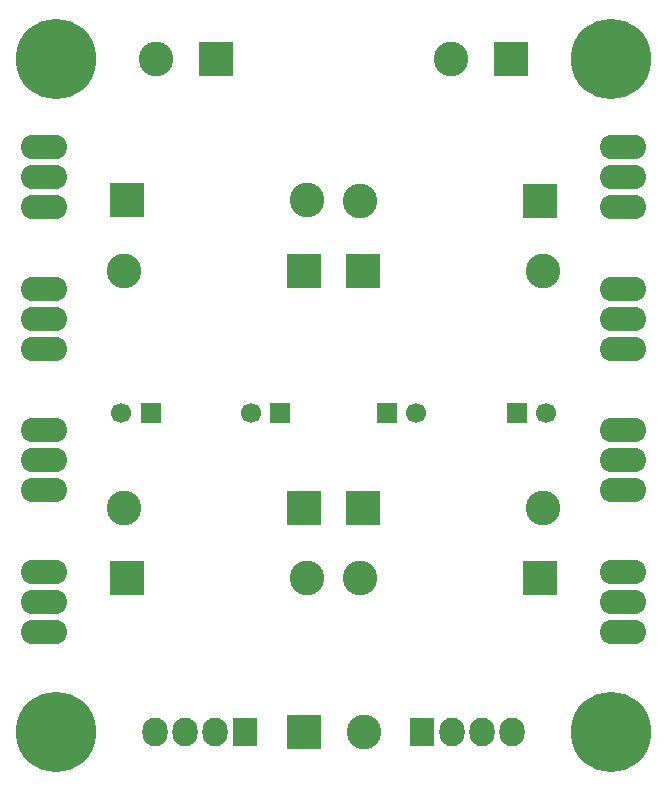
<source format=gbs>
G04 #@! TF.FileFunction,Soldermask,Bot*
%FSLAX46Y46*%
G04 Gerber Fmt 4.6, Leading zero omitted, Abs format (unit mm)*
G04 Created by KiCad (PCBNEW 4.0.2-4+6225~38~ubuntu15.04.1-stable) date lun. 25 avril 2016 11:18:35 CEST*
%MOMM*%
G01*
G04 APERTURE LIST*
%ADD10C,0.100000*%
%ADD11C,6.800000*%
%ADD12C,1.000000*%
%ADD13C,2.940000*%
%ADD14R,2.940000X2.940000*%
%ADD15C,1.700000*%
%ADD16R,1.700000X1.700000*%
%ADD17R,2.127200X2.432000*%
%ADD18O,2.127200X2.432000*%
%ADD19O,3.900120X2.099260*%
G04 APERTURE END LIST*
D10*
D11*
X71000000Y-24000000D03*
D12*
X73400000Y-24000000D03*
X72697056Y-25697056D03*
X71000000Y-26400000D03*
X69302944Y-25697056D03*
X68600000Y-24000000D03*
X69302944Y-22302944D03*
X71000000Y-21600000D03*
X72697056Y-22302944D03*
D11*
X24000000Y-24000000D03*
D12*
X26400000Y-24000000D03*
X25697056Y-25697056D03*
X24000000Y-26400000D03*
X22302944Y-25697056D03*
X21600000Y-24000000D03*
X22302944Y-22302944D03*
X24000000Y-21600000D03*
X25697056Y-22302944D03*
D11*
X71000000Y-81000000D03*
D12*
X73400000Y-81000000D03*
X72697056Y-82697056D03*
X71000000Y-83400000D03*
X69302944Y-82697056D03*
X68600000Y-81000000D03*
X69302944Y-79302944D03*
X71000000Y-78600000D03*
X72697056Y-79302944D03*
D13*
X49758780Y-36002960D03*
D14*
X64998780Y-36002960D03*
D13*
X65241220Y-61997040D03*
D14*
X50001220Y-61997040D03*
D13*
X45241220Y-67997040D03*
D14*
X30001220Y-67997040D03*
D15*
X29500000Y-54000000D03*
D16*
X32000000Y-54000000D03*
D15*
X40500000Y-54000000D03*
D16*
X43000000Y-54000000D03*
D15*
X54500000Y-54000000D03*
D16*
X52000000Y-54000000D03*
D15*
X65500000Y-54000000D03*
D16*
X63000000Y-54000000D03*
D13*
X29758780Y-42002960D03*
D14*
X44998780Y-42002960D03*
D13*
X45241220Y-35997040D03*
D14*
X30001220Y-35997040D03*
D13*
X29758780Y-62002960D03*
D14*
X44998780Y-62002960D03*
D13*
X65241220Y-41997040D03*
D14*
X50001220Y-41997040D03*
D13*
X49758780Y-68002960D03*
D14*
X64998780Y-68002960D03*
X44960000Y-81000000D03*
D13*
X50040000Y-81000000D03*
D17*
X40000000Y-81000000D03*
D18*
X37460000Y-81000000D03*
X34920000Y-81000000D03*
X32380000Y-81000000D03*
D14*
X37540000Y-24000000D03*
D13*
X32460000Y-24000000D03*
D17*
X55000000Y-81000000D03*
D18*
X57540000Y-81000000D03*
X60080000Y-81000000D03*
X62620000Y-81000000D03*
D14*
X62540000Y-24000000D03*
D13*
X57460000Y-24000000D03*
D19*
X23000000Y-34000000D03*
X23000000Y-36540000D03*
X23000000Y-31460000D03*
X23000000Y-46000000D03*
X23000000Y-48540000D03*
X23000000Y-43460000D03*
X23000000Y-58000000D03*
X23000000Y-60540000D03*
X23000000Y-55460000D03*
X23000000Y-70000000D03*
X23000000Y-72540000D03*
X23000000Y-67460000D03*
X72000000Y-34000000D03*
X72000000Y-31460000D03*
X72000000Y-36540000D03*
X72000000Y-46000000D03*
X72000000Y-43460000D03*
X72000000Y-48540000D03*
X72000000Y-58000000D03*
X72000000Y-55460000D03*
X72000000Y-60540000D03*
X72000000Y-70000000D03*
X72000000Y-67460000D03*
X72000000Y-72540000D03*
D11*
X24000000Y-81000000D03*
D12*
X26400000Y-81000000D03*
X25697056Y-82697056D03*
X24000000Y-83400000D03*
X22302944Y-82697056D03*
X21600000Y-81000000D03*
X22302944Y-79302944D03*
X24000000Y-78600000D03*
X25697056Y-79302944D03*
M02*

</source>
